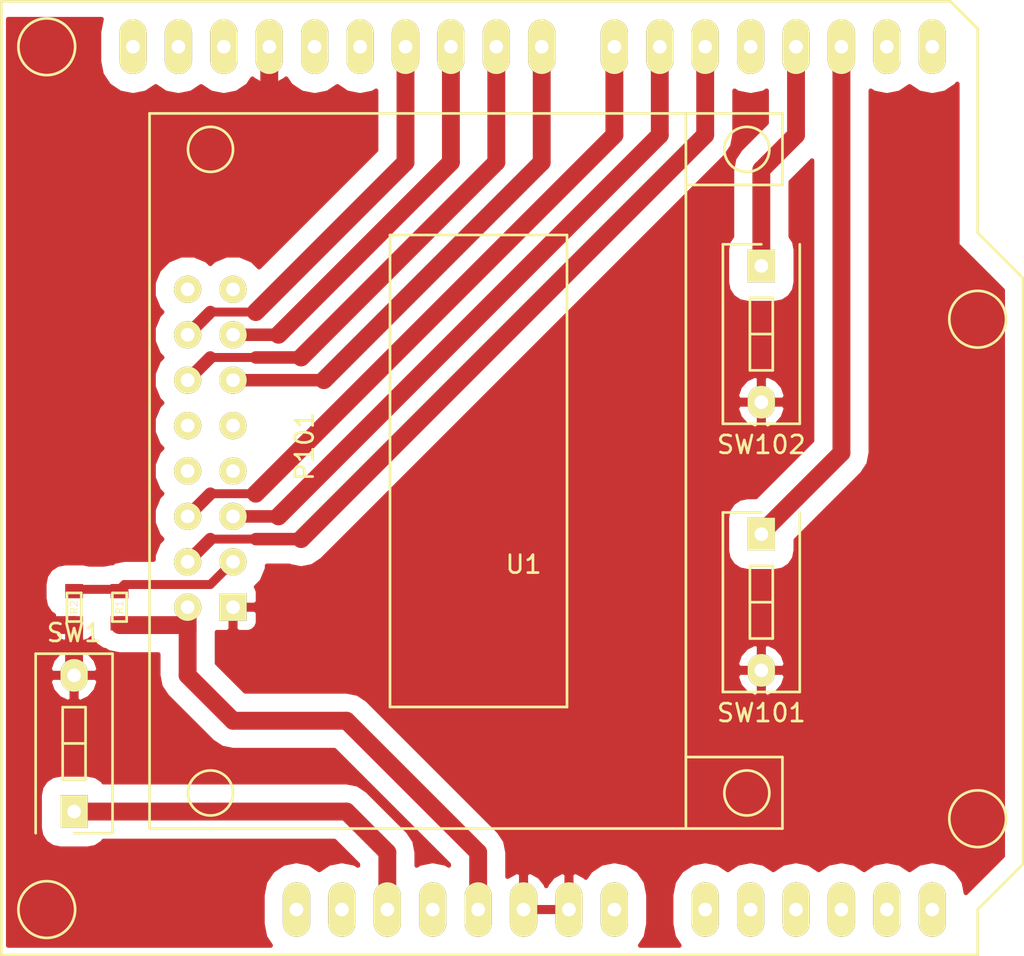
<source format=kicad_pcb>
(kicad_pcb (version 4) (host pcbnew 0.201506012317+5694~23~ubuntu14.04.1-product)

  (general
    (links 21)
    (no_connects 1)
    (area 158.214999 50.924999 215.915001 104.815001)
    (thickness 1.6)
    (drawings 0)
    (tracks 54)
    (zones 0)
    (modules 7)
    (nets 38)
  )

  (page A4)
  (layers
    (0 F.Cu signal)
    (31 B.Cu signal)
    (32 B.Adhes user)
    (33 F.Adhes user)
    (34 B.Paste user)
    (35 F.Paste user)
    (36 B.SilkS user)
    (37 F.SilkS user)
    (38 B.Mask user)
    (39 F.Mask user)
    (40 Dwgs.User user)
    (41 Cmts.User user)
    (42 Eco1.User user)
    (43 Eco2.User user)
    (44 Edge.Cuts user)
    (45 Margin user)
    (46 B.CrtYd user)
    (47 F.CrtYd user)
    (48 B.Fab user)
    (49 F.Fab user)
  )

  (setup
    (last_trace_width 0.7)
    (user_trace_width 0.5)
    (user_trace_width 0.7)
    (user_trace_width 1)
    (trace_clearance 0.2)
    (zone_clearance 1.016)
    (zone_45_only no)
    (trace_min 0.2)
    (segment_width 0.2)
    (edge_width 0.1)
    (via_size 0.6)
    (via_drill 0.4)
    (via_min_size 0.4)
    (via_min_drill 0.3)
    (uvia_size 0.3)
    (uvia_drill 0.1)
    (uvias_allowed no)
    (uvia_min_size 0.2)
    (uvia_min_drill 0.1)
    (pcb_text_width 0.3)
    (pcb_text_size 1.5 1.5)
    (mod_edge_width 0.15)
    (mod_text_size 1 1)
    (mod_text_width 0.15)
    (pad_size 1.5 1.5)
    (pad_drill 0.6)
    (pad_to_mask_clearance 0)
    (aux_axis_origin 0 0)
    (visible_elements FFFFFF7F)
    (pcbplotparams
      (layerselection 0x00000_00000001)
      (usegerberextensions false)
      (excludeedgelayer true)
      (linewidth 0.100000)
      (plotframeref false)
      (viasonmask false)
      (mode 1)
      (useauxorigin false)
      (hpglpennumber 1)
      (hpglpenspeed 20)
      (hpglpendiameter 15)
      (hpglpenoverlay 2)
      (psnegative false)
      (psa4output false)
      (plotreference true)
      (plotvalue true)
      (plotinvisibletext false)
      (padsonsilk false)
      (subtractmaskfromsilk false)
      (outputformat 1)
      (mirror false)
      (drillshape 0)
      (scaleselection 1)
      (outputdirectory ""))
  )

  (net 0 "")
  (net 1 GND)
  (net 2 RS)
  (net 3 R/W)
  (net 4 E)
  (net 5 "Net-(P101-Pad7)")
  (net 6 "Net-(P101-Pad8)")
  (net 7 "Net-(P101-Pad9)")
  (net 8 "Net-(P101-Pad10)")
  (net 9 DB4)
  (net 10 DB5)
  (net 11 DB6)
  (net 12 DB7)
  (net 13 "Net-(P101-Pad15)")
  (net 14 "Net-(P101-Pad16)")
  (net 15 VCC)
  (net 16 reset)
  (net 17 B1)
  (net 18 B2)
  (net 19 "Net-(U1-Pad1)")
  (net 20 "Net-(U1-Pad2)")
  (net 21 "Net-(U1-Pad4)")
  (net 22 "Net-(U1-Pad8)")
  (net 23 "Net-(U1-Pad9)")
  (net 24 "Net-(U1-Pad10)")
  (net 25 "Net-(U1-Pad11)")
  (net 26 "Net-(U1-Pad19)")
  (net 27 "Net-(U1-Pad27)")
  (net 28 "Net-(U1-Pad28)")
  (net 29 "Net-(U1-Pad30)")
  (net 30 "Net-(U1-Pad31)")
  (net 31 "Net-(U1-Pad32)")
  (net 32 "Net-(U1-Pad15)")
  (net 33 "Net-(U1-Pad16)")
  (net 34 V0)
  (net 35 "Net-(U1-Pad12)")
  (net 36 "Net-(U1-Pad13)")
  (net 37 "Net-(U1-Pad14)")

  (net_class Default "This is the default net class."
    (clearance 0.2)
    (trace_width 0.25)
    (via_dia 0.6)
    (via_drill 0.4)
    (uvia_dia 0.3)
    (uvia_drill 0.1)
    (add_net B1)
    (add_net B2)
    (add_net DB4)
    (add_net DB5)
    (add_net DB6)
    (add_net DB7)
    (add_net E)
    (add_net GND)
    (add_net "Net-(P101-Pad10)")
    (add_net "Net-(P101-Pad15)")
    (add_net "Net-(P101-Pad16)")
    (add_net "Net-(P101-Pad7)")
    (add_net "Net-(P101-Pad8)")
    (add_net "Net-(P101-Pad9)")
    (add_net "Net-(U1-Pad1)")
    (add_net "Net-(U1-Pad10)")
    (add_net "Net-(U1-Pad11)")
    (add_net "Net-(U1-Pad12)")
    (add_net "Net-(U1-Pad13)")
    (add_net "Net-(U1-Pad14)")
    (add_net "Net-(U1-Pad15)")
    (add_net "Net-(U1-Pad16)")
    (add_net "Net-(U1-Pad19)")
    (add_net "Net-(U1-Pad2)")
    (add_net "Net-(U1-Pad27)")
    (add_net "Net-(U1-Pad28)")
    (add_net "Net-(U1-Pad30)")
    (add_net "Net-(U1-Pad31)")
    (add_net "Net-(U1-Pad32)")
    (add_net "Net-(U1-Pad4)")
    (add_net "Net-(U1-Pad8)")
    (add_net "Net-(U1-Pad9)")
    (add_net R/W)
    (add_net RS)
    (add_net V0)
    (add_net VCC)
    (add_net reset)
  )

  (module netl:Arduino_uno (layer F.Cu) (tedit 556DFCA6) (tstamp 556DFAD8)
    (at 175 102)
    (path /556DE466)
    (fp_text reference U1 (at 12.7 -19.304) (layer F.SilkS)
      (effects (font (size 1 1) (thickness 0.15)))
    )
    (fp_text value Arduino_Uno (at 12.954 -32.512) (layer F.Fab)
      (effects (font (size 1 1) (thickness 0.15)))
    )
    (fp_circle (center 38.1 -5.08) (end 39.6875 -5.08) (layer F.SilkS) (width 0.15))
    (fp_circle (center 38.1 -33.02) (end 39.6875 -33.02) (layer F.SilkS) (width 0.15))
    (fp_circle (center -13.97 -48.26) (end -12.3825 -48.26) (layer F.SilkS) (width 0.15))
    (fp_circle (center -13.97 0) (end -12.3825 0) (layer F.SilkS) (width 0.15))
    (fp_line (start -16.51 -50.8) (end 36.576 -50.8) (layer F.SilkS) (width 0.15))
    (fp_line (start 36.576 -50.8) (end 38.1 -49.276) (layer F.SilkS) (width 0.15))
    (fp_line (start 38.1 -49.276) (end 38.1 -37.846) (layer F.SilkS) (width 0.15))
    (fp_line (start 38.1 -37.846) (end 40.64 -35.306) (layer F.SilkS) (width 0.15))
    (fp_line (start 40.64 -35.306) (end 40.64 -2.54) (layer F.SilkS) (width 0.15))
    (fp_line (start 40.64 -2.54) (end 38.1 0) (layer F.SilkS) (width 0.15))
    (fp_line (start 38.1 0) (end 38.1 2.54) (layer F.SilkS) (width 0.15))
    (fp_line (start 38.1 2.54) (end -16.51 2.54) (layer F.SilkS) (width 0.15))
    (fp_line (start -16.51 2.54) (end -16.51 -50.8) (layer F.SilkS) (width 0.15))
    (pad 1 thru_hole oval (at 0 0) (size 1.524 3.048) (drill 0.762) (layers *.Cu *.Mask F.SilkS)
      (net 19 "Net-(U1-Pad1)"))
    (pad 2 thru_hole oval (at 2.54 0) (size 1.524 3.048) (drill 0.762) (layers *.Cu *.Mask F.SilkS)
      (net 20 "Net-(U1-Pad2)"))
    (pad 3 thru_hole oval (at 5.08 0) (size 1.524 3.048) (drill 0.762) (layers *.Cu *.Mask F.SilkS)
      (net 16 reset))
    (pad 4 thru_hole oval (at 7.62 0) (size 1.524 3.048) (drill 0.762) (layers *.Cu *.Mask F.SilkS)
      (net 21 "Net-(U1-Pad4)"))
    (pad 5 thru_hole oval (at 10.16 0) (size 1.524 3.048) (drill 0.762) (layers *.Cu *.Mask F.SilkS)
      (net 15 VCC))
    (pad 6 thru_hole oval (at 12.7 0) (size 1.524 3.048) (drill 0.762) (layers *.Cu *.Mask F.SilkS)
      (net 1 GND))
    (pad 7 thru_hole oval (at 15.24 0) (size 1.524 3.048) (drill 0.762) (layers *.Cu *.Mask F.SilkS)
      (net 1 GND))
    (pad 8 thru_hole oval (at 17.78 0) (size 1.524 3.048) (drill 0.762) (layers *.Cu *.Mask F.SilkS)
      (net 22 "Net-(U1-Pad8)"))
    (pad 9 thru_hole oval (at 22.86 0) (size 1.524 3.048) (drill 0.762) (layers *.Cu *.Mask F.SilkS)
      (net 23 "Net-(U1-Pad9)"))
    (pad 10 thru_hole oval (at 25.4 0) (size 1.524 3.048) (drill 0.762) (layers *.Cu *.Mask F.SilkS)
      (net 24 "Net-(U1-Pad10)"))
    (pad 11 thru_hole oval (at 27.94 0) (size 1.524 3.048) (drill 0.762) (layers *.Cu *.Mask F.SilkS)
      (net 25 "Net-(U1-Pad11)"))
    (pad 12 thru_hole oval (at 30.48 0) (size 1.524 3.048) (drill 0.762) (layers *.Cu *.Mask F.SilkS)
      (net 35 "Net-(U1-Pad12)"))
    (pad 13 thru_hole oval (at 33.02 0) (size 1.524 3.048) (drill 0.762) (layers *.Cu *.Mask F.SilkS)
      (net 36 "Net-(U1-Pad13)"))
    (pad 14 thru_hole oval (at 35.56 0) (size 1.524 3.048) (drill 0.762) (layers *.Cu *.Mask F.SilkS)
      (net 37 "Net-(U1-Pad14)"))
    (pad 15 thru_hole oval (at 35.56 -48.26 180) (size 1.524 3.048) (drill 0.762) (layers *.Cu *.Mask F.SilkS)
      (net 32 "Net-(U1-Pad15)"))
    (pad 16 thru_hole oval (at 33.02 -48.26 180) (size 1.524 3.048) (drill 0.762) (layers *.Cu *.Mask F.SilkS)
      (net 33 "Net-(U1-Pad16)"))
    (pad 17 thru_hole oval (at 30.48 -48.26 180) (size 1.524 3.048) (drill 0.762) (layers *.Cu *.Mask F.SilkS)
      (net 17 B1))
    (pad 18 thru_hole oval (at 27.94 -48.26 180) (size 1.524 3.048) (drill 0.762) (layers *.Cu *.Mask F.SilkS)
      (net 18 B2))
    (pad 19 thru_hole oval (at 25.4 -48.26 180) (size 1.524 3.048) (drill 0.762) (layers *.Cu *.Mask F.SilkS)
      (net 26 "Net-(U1-Pad19)"))
    (pad 20 thru_hole oval (at 22.86 -48.26 180) (size 1.524 3.048) (drill 0.762) (layers *.Cu *.Mask F.SilkS)
      (net 2 RS))
    (pad 21 thru_hole oval (at 20.32 -48.26 180) (size 1.524 3.048) (drill 0.762) (layers *.Cu *.Mask F.SilkS)
      (net 3 R/W))
    (pad 22 thru_hole oval (at 17.78 -48.26 180) (size 1.524 3.048) (drill 0.762) (layers *.Cu *.Mask F.SilkS)
      (net 4 E))
    (pad 23 thru_hole oval (at 13.716 -48.26) (size 1.524 3.048) (drill 0.762) (layers *.Cu *.Mask F.SilkS)
      (net 9 DB4))
    (pad 24 thru_hole oval (at 11.176 -48.26) (size 1.524 3.048) (drill 0.762) (layers *.Cu *.Mask F.SilkS)
      (net 10 DB5))
    (pad 25 thru_hole oval (at 8.636 -48.26) (size 1.524 3.048) (drill 0.762) (layers *.Cu *.Mask F.SilkS)
      (net 11 DB6))
    (pad 26 thru_hole oval (at 6.096 -48.26) (size 1.524 3.048) (drill 0.762) (layers *.Cu *.Mask F.SilkS)
      (net 12 DB7))
    (pad 27 thru_hole oval (at 3.556 -48.26) (size 1.524 3.048) (drill 0.762) (layers *.Cu *.Mask F.SilkS)
      (net 27 "Net-(U1-Pad27)"))
    (pad 28 thru_hole oval (at 1.016 -48.26) (size 1.524 3.048) (drill 0.762) (layers *.Cu *.Mask F.SilkS)
      (net 28 "Net-(U1-Pad28)"))
    (pad 29 thru_hole oval (at -1.524 -48.26) (size 1.524 3.048) (drill 0.762) (layers *.Cu *.Mask F.SilkS)
      (net 1 GND))
    (pad 30 thru_hole oval (at -4.064 -48.26) (size 1.524 3.048) (drill 0.762) (layers *.Cu *.Mask F.SilkS)
      (net 29 "Net-(U1-Pad30)"))
    (pad 31 thru_hole oval (at -6.604 -48.26) (size 1.524 3.048) (drill 0.762) (layers *.Cu *.Mask F.SilkS)
      (net 30 "Net-(U1-Pad31)"))
    (pad 32 thru_hole oval (at -9.144 -48.26) (size 1.524 3.048) (drill 0.762) (layers *.Cu *.Mask F.SilkS)
      (net 31 "Net-(U1-Pad32)"))
  )

  (module netl:8x2_LCD (layer F.Cu) (tedit 5551097A) (tstamp 556DFA81)
    (at 171.45 85.09 90)
    (path /555109DE)
    (fp_text reference P101 (at 9 4 90) (layer F.SilkS)
      (effects (font (size 1 1) (thickness 0.15)))
    )
    (fp_text value 8x2_LCD (at 9 2 90) (layer F.Fab)
      (effects (font (size 1 1) (thickness 0.15)))
    )
    (fp_line (start -5.58 18.68) (end -5.58 8.78) (layer F.SilkS) (width 0.15))
    (fp_line (start 20.82 18.68) (end 20.82 8.78) (layer F.SilkS) (width 0.15))
    (fp_line (start -5.58 18.68) (end 20.82 18.68) (layer F.SilkS) (width 0.15))
    (fp_line (start -5.58 8.78) (end 20.82 8.78) (layer F.SilkS) (width 0.15))
    (fp_line (start 27.62 30.73) (end 23.62 30.73) (layer F.SilkS) (width 0.15))
    (fp_line (start 27.62 25.33) (end 27.62 30.73) (layer F.SilkS) (width 0.15))
    (fp_line (start 23.62 30.73) (end 23.62 25.33) (layer F.SilkS) (width 0.15))
    (fp_line (start -8.38 25.33) (end -8.38 30.73) (layer F.SilkS) (width 0.15))
    (fp_line (start -8.38 30.73) (end -12.38 30.73) (layer F.SilkS) (width 0.15))
    (fp_line (start -12.38 30.73) (end -12.38 25.33) (layer F.SilkS) (width 0.15))
    (fp_circle (center 25.61 -1.26) (end 25.61 0) (layer F.SilkS) (width 0.15))
    (fp_line (start -12.38 25.33) (end 27.62 25.33) (layer F.SilkS) (width 0.15))
    (fp_circle (center 25.61 28.74) (end 25.61 30) (layer F.SilkS) (width 0.15))
    (fp_circle (center -10.39 28.74) (end -10.39 30) (layer F.SilkS) (width 0.15))
    (fp_line (start -12.38 -4.67) (end -12.38 25.33) (layer F.SilkS) (width 0.15))
    (fp_line (start 27.62 -4.67) (end 27.62 25.33) (layer F.SilkS) (width 0.15))
    (fp_circle (center -10.39 -1.26) (end -10.39 0) (layer F.SilkS) (width 0.15))
    (fp_line (start -12.38 -4.67) (end 27.62 -4.67) (layer F.SilkS) (width 0.15))
    (pad 1 thru_hole rect (at 0 0 90) (size 1.524 1.524) (drill 0.762) (layers *.Cu *.Mask F.SilkS)
      (net 1 GND))
    (pad 2 thru_hole circle (at 0 -2.54 90) (size 1.524 1.524) (drill 0.762) (layers *.Cu *.Mask F.SilkS)
      (net 15 VCC))
    (pad 3 thru_hole circle (at 2.54 0 90) (size 1.524 1.524) (drill 0.762) (layers *.Cu *.Mask F.SilkS)
      (net 34 V0))
    (pad 4 thru_hole circle (at 2.54 -2.54 90) (size 1.524 1.524) (drill 0.762) (layers *.Cu *.Mask F.SilkS)
      (net 2 RS))
    (pad 5 thru_hole circle (at 5.08 0 90) (size 1.524 1.524) (drill 0.762) (layers *.Cu *.Mask F.SilkS)
      (net 3 R/W))
    (pad 6 thru_hole circle (at 5.08 -2.54 90) (size 1.524 1.524) (drill 0.762) (layers *.Cu *.Mask F.SilkS)
      (net 4 E))
    (pad 7 thru_hole circle (at 7.62 0 90) (size 1.524 1.524) (drill 0.762) (layers *.Cu *.Mask F.SilkS)
      (net 5 "Net-(P101-Pad7)"))
    (pad 8 thru_hole circle (at 7.62 -2.54 90) (size 1.524 1.524) (drill 0.762) (layers *.Cu *.Mask F.SilkS)
      (net 6 "Net-(P101-Pad8)"))
    (pad 9 thru_hole circle (at 10.16 0 90) (size 1.524 1.524) (drill 0.762) (layers *.Cu *.Mask F.SilkS)
      (net 7 "Net-(P101-Pad9)"))
    (pad 10 thru_hole circle (at 10.16 -2.54 90) (size 1.524 1.524) (drill 0.762) (layers *.Cu *.Mask F.SilkS)
      (net 8 "Net-(P101-Pad10)"))
    (pad 11 thru_hole circle (at 12.7 0 90) (size 1.524 1.524) (drill 0.762) (layers *.Cu *.Mask F.SilkS)
      (net 9 DB4))
    (pad 12 thru_hole circle (at 12.7 -2.54 90) (size 1.524 1.524) (drill 0.762) (layers *.Cu *.Mask F.SilkS)
      (net 10 DB5))
    (pad 13 thru_hole circle (at 15.24 0 90) (size 1.524 1.524) (drill 0.762) (layers *.Cu *.Mask F.SilkS)
      (net 11 DB6))
    (pad 14 thru_hole circle (at 15.24 -2.54 90) (size 1.524 1.524) (drill 0.762) (layers *.Cu *.Mask F.SilkS)
      (net 12 DB7))
    (pad 15 thru_hole circle (at 17.78 0 90) (size 1.524 1.524) (drill 0.762) (layers *.Cu *.Mask F.SilkS)
      (net 13 "Net-(P101-Pad15)"))
    (pad 16 thru_hole circle (at 17.78 -2.54 90) (size 1.524 1.524) (drill 0.762) (layers *.Cu *.Mask F.SilkS)
      (net 14 "Net-(P101-Pad16)"))
  )

  (module netl:SMD_0603 (layer F.Cu) (tedit 5537B97F) (tstamp 556DFA8B)
    (at 165.1 85.09 90)
    (path /556E03CF)
    (fp_text reference R1 (at 0 0 90) (layer F.SilkS)
      (effects (font (size 0.4 0.4) (thickness 0.05)))
    )
    (fp_text value R (at 0 -0.8 90) (layer F.Fab)
      (effects (font (size 0.4 0.4) (thickness 0.1)))
    )
    (fp_line (start -0.8 0.4) (end 0.8 0.4) (layer F.SilkS) (width 0.15))
    (fp_line (start 0.8 0.4) (end 0.8 -0.4) (layer F.SilkS) (width 0.15))
    (fp_line (start 0.8 -0.4) (end -0.8 -0.4) (layer F.SilkS) (width 0.15))
    (fp_line (start -0.8 -0.4) (end -0.8 0.4) (layer F.SilkS) (width 0.15))
    (pad 1 smd rect (at -1 0 90) (size 0.8 1) (drill (offset 0.1 0)) (layers F.Cu F.Paste F.Mask)
      (net 15 VCC))
    (pad 2 smd rect (at 1 0 90) (size 0.8 1) (drill (offset -0.1 0)) (layers F.Cu F.Paste F.Mask)
      (net 34 V0))
  )

  (module netl:SMD_0603 (layer F.Cu) (tedit 5537B97F) (tstamp 556DFA95)
    (at 162.56 85.09 270)
    (path /556E0482)
    (fp_text reference R2 (at 0 0 270) (layer F.SilkS)
      (effects (font (size 0.4 0.4) (thickness 0.05)))
    )
    (fp_text value R (at 0 -0.8 270) (layer F.Fab)
      (effects (font (size 0.4 0.4) (thickness 0.1)))
    )
    (fp_line (start -0.8 0.4) (end 0.8 0.4) (layer F.SilkS) (width 0.15))
    (fp_line (start 0.8 0.4) (end 0.8 -0.4) (layer F.SilkS) (width 0.15))
    (fp_line (start 0.8 -0.4) (end -0.8 -0.4) (layer F.SilkS) (width 0.15))
    (fp_line (start -0.8 -0.4) (end -0.8 0.4) (layer F.SilkS) (width 0.15))
    (pad 1 smd rect (at -1 0 270) (size 0.8 1) (drill (offset 0.1 0)) (layers F.Cu F.Paste F.Mask)
      (net 34 V0))
    (pad 2 smd rect (at 1 0 270) (size 0.8 1) (drill (offset -0.1 0)) (layers F.Cu F.Paste F.Mask)
      (net 1 GND))
  )

  (module Buttons_Switches_ThroughHole:SW_DIP_x1_Slide (layer F.Cu) (tedit 54C4BC96) (tstamp 556DFA9B)
    (at 162.56 96.52)
    (descr "CTS Electrocomponents, Series 206/208")
    (path /556E1282)
    (fp_text reference SW1 (at 0 -10) (layer F.SilkS)
      (effects (font (size 1 1) (thickness 0.15)))
    )
    (fp_text value SW_PUSH (at 0.5 2.4) (layer F.Fab)
      (effects (font (size 1 1) (thickness 0.15)))
    )
    (fp_line (start 2.5 1.55) (end -2.5 1.55) (layer F.CrtYd) (width 0.05))
    (fp_line (start -2.5 1.55) (end -2.5 -9.15) (layer F.CrtYd) (width 0.05))
    (fp_line (start -2.5 -9.15) (end 2.5 -9.15) (layer F.CrtYd) (width 0.05))
    (fp_line (start 2.5 -9.15) (end 2.5 1.55) (layer F.CrtYd) (width 0.05))
    (fp_line (start -2.15 -8.83) (end 2.15 -8.83) (layer F.SilkS) (width 0.15))
    (fp_line (start 0 1.21) (end 2.15 1.21) (layer F.SilkS) (width 0.15))
    (fp_line (start -2.15 -8.83) (end -2.15 1.21) (layer F.SilkS) (width 0.15))
    (fp_line (start 2.15 -8.83) (end 2.15 1.21) (layer F.SilkS) (width 0.15))
    (fp_line (start -0.64 -3.81) (end 0.64 -3.81) (layer F.SilkS) (width 0.15))
    (fp_line (start -0.64 -5.84) (end -0.64 -1.78) (layer F.SilkS) (width 0.15))
    (fp_line (start -0.64 -1.78) (end 0.64 -1.78) (layer F.SilkS) (width 0.15))
    (fp_line (start 0.64 -1.78) (end 0.64 -5.84) (layer F.SilkS) (width 0.15))
    (fp_line (start 0.64 -5.84) (end -0.64 -5.84) (layer F.SilkS) (width 0.15))
    (pad 1 thru_hole rect (at 0 0) (size 1.524 1.824) (drill 0.762) (layers *.Cu *.Mask F.SilkS)
      (net 16 reset))
    (pad 2 thru_hole oval (at 0 -7.62) (size 1.524 1.824) (drill 0.762) (layers *.Cu *.Mask F.SilkS)
      (net 1 GND))
    (model Buttons_Switches_ThroughHole.3dshapes/SW_DIP_x1_Slide.wrl
      (at (xyz 0 0 0))
      (scale (xyz 1 1 1))
      (rotate (xyz 0 0 0))
    )
  )

  (module Buttons_Switches_ThroughHole:SW_DIP_x1_Slide (layer F.Cu) (tedit 54C4BC96) (tstamp 556DFAA1)
    (at 201 81 180)
    (descr "CTS Electrocomponents, Series 206/208")
    (path /55510C89)
    (fp_text reference SW101 (at 0 -10 180) (layer F.SilkS)
      (effects (font (size 1 1) (thickness 0.15)))
    )
    (fp_text value SW_PUSH (at 0.5 2.4 180) (layer F.Fab)
      (effects (font (size 1 1) (thickness 0.15)))
    )
    (fp_line (start 2.5 1.55) (end -2.5 1.55) (layer F.CrtYd) (width 0.05))
    (fp_line (start -2.5 1.55) (end -2.5 -9.15) (layer F.CrtYd) (width 0.05))
    (fp_line (start -2.5 -9.15) (end 2.5 -9.15) (layer F.CrtYd) (width 0.05))
    (fp_line (start 2.5 -9.15) (end 2.5 1.55) (layer F.CrtYd) (width 0.05))
    (fp_line (start -2.15 -8.83) (end 2.15 -8.83) (layer F.SilkS) (width 0.15))
    (fp_line (start 0 1.21) (end 2.15 1.21) (layer F.SilkS) (width 0.15))
    (fp_line (start -2.15 -8.83) (end -2.15 1.21) (layer F.SilkS) (width 0.15))
    (fp_line (start 2.15 -8.83) (end 2.15 1.21) (layer F.SilkS) (width 0.15))
    (fp_line (start -0.64 -3.81) (end 0.64 -3.81) (layer F.SilkS) (width 0.15))
    (fp_line (start -0.64 -5.84) (end -0.64 -1.78) (layer F.SilkS) (width 0.15))
    (fp_line (start -0.64 -1.78) (end 0.64 -1.78) (layer F.SilkS) (width 0.15))
    (fp_line (start 0.64 -1.78) (end 0.64 -5.84) (layer F.SilkS) (width 0.15))
    (fp_line (start 0.64 -5.84) (end -0.64 -5.84) (layer F.SilkS) (width 0.15))
    (pad 1 thru_hole rect (at 0 0 180) (size 1.524 1.824) (drill 0.762) (layers *.Cu *.Mask F.SilkS)
      (net 17 B1))
    (pad 2 thru_hole oval (at 0 -7.62 180) (size 1.524 1.824) (drill 0.762) (layers *.Cu *.Mask F.SilkS)
      (net 1 GND))
    (model Buttons_Switches_ThroughHole.3dshapes/SW_DIP_x1_Slide.wrl
      (at (xyz 0 0 0))
      (scale (xyz 1 1 1))
      (rotate (xyz 0 0 0))
    )
  )

  (module Buttons_Switches_ThroughHole:SW_DIP_x1_Slide (layer F.Cu) (tedit 54C4BC96) (tstamp 556DFAA7)
    (at 201 66 180)
    (descr "CTS Electrocomponents, Series 206/208")
    (path /55510D26)
    (fp_text reference SW102 (at 0 -10 180) (layer F.SilkS)
      (effects (font (size 1 1) (thickness 0.15)))
    )
    (fp_text value SW_PUSH (at 0.5 2.4 180) (layer F.Fab)
      (effects (font (size 1 1) (thickness 0.15)))
    )
    (fp_line (start 2.5 1.55) (end -2.5 1.55) (layer F.CrtYd) (width 0.05))
    (fp_line (start -2.5 1.55) (end -2.5 -9.15) (layer F.CrtYd) (width 0.05))
    (fp_line (start -2.5 -9.15) (end 2.5 -9.15) (layer F.CrtYd) (width 0.05))
    (fp_line (start 2.5 -9.15) (end 2.5 1.55) (layer F.CrtYd) (width 0.05))
    (fp_line (start -2.15 -8.83) (end 2.15 -8.83) (layer F.SilkS) (width 0.15))
    (fp_line (start 0 1.21) (end 2.15 1.21) (layer F.SilkS) (width 0.15))
    (fp_line (start -2.15 -8.83) (end -2.15 1.21) (layer F.SilkS) (width 0.15))
    (fp_line (start 2.15 -8.83) (end 2.15 1.21) (layer F.SilkS) (width 0.15))
    (fp_line (start -0.64 -3.81) (end 0.64 -3.81) (layer F.SilkS) (width 0.15))
    (fp_line (start -0.64 -5.84) (end -0.64 -1.78) (layer F.SilkS) (width 0.15))
    (fp_line (start -0.64 -1.78) (end 0.64 -1.78) (layer F.SilkS) (width 0.15))
    (fp_line (start 0.64 -1.78) (end 0.64 -5.84) (layer F.SilkS) (width 0.15))
    (fp_line (start 0.64 -5.84) (end -0.64 -5.84) (layer F.SilkS) (width 0.15))
    (pad 1 thru_hole rect (at 0 0 180) (size 1.524 1.824) (drill 0.762) (layers *.Cu *.Mask F.SilkS)
      (net 18 B2))
    (pad 2 thru_hole oval (at 0 -7.62 180) (size 1.524 1.824) (drill 0.762) (layers *.Cu *.Mask F.SilkS)
      (net 1 GND))
    (model Buttons_Switches_ThroughHole.3dshapes/SW_DIP_x1_Slide.wrl
      (at (xyz 0 0 0))
      (scale (xyz 1 1 1))
      (rotate (xyz 0 0 0))
    )
  )

  (segment (start 173.476 53.74) (end 173.476 57.664) (width 1) (layer F.Cu) (net 1))
  (segment (start 161.02 86.09) (end 162.56 86.09) (width 1) (layer F.Cu) (net 1) (tstamp 556E0C77))
  (segment (start 160.02 85.09) (end 161.02 86.09) (width 1) (layer F.Cu) (net 1) (tstamp 556E0C74))
  (segment (start 160.02 71.12) (end 160.02 85.09) (width 1) (layer F.Cu) (net 1) (tstamp 556E0C73))
  (segment (start 173.476 57.664) (end 160.02 71.12) (width 1) (layer F.Cu) (net 1) (tstamp 556E0C70))
  (segment (start 162.56 88.9) (end 162.56 86.09) (width 1) (layer F.Cu) (net 1))
  (segment (start 175.26 81.28) (end 172.72 81.28) (width 0.7) (layer F.Cu) (net 2))
  (segment (start 170.18 81.28) (end 172.72 81.28) (width 0.5) (layer F.Cu) (net 2) (tstamp 556E0A60))
  (segment (start 175.26 81.28) (end 197.86 58.68) (width 1) (layer F.Cu) (net 2) (tstamp 556E0A66))
  (segment (start 197.86 53.74) (end 197.86 58.68) (width 1) (layer F.Cu) (net 2) (tstamp 556E0A6B))
  (segment (start 170.18 81.28) (end 168.91 82.55) (width 0.7) (layer F.Cu) (net 2))
  (segment (start 171.45 80.01) (end 173.99 80.01) (width 0.7) (layer F.Cu) (net 3))
  (segment (start 173.99 80.01) (end 195.32 58.68) (width 1) (layer F.Cu) (net 3) (tstamp 556E0A56))
  (segment (start 195.32 58.68) (end 195.32 53.74) (width 1) (layer F.Cu) (net 3) (tstamp 556E0A5B))
  (segment (start 168.91 80.01) (end 170.18 78.74) (width 0.7) (layer F.Cu) (net 4))
  (segment (start 192.78 58.68) (end 192.78 53.74) (width 1) (layer F.Cu) (net 4) (tstamp 556E0A0E))
  (segment (start 172.72 78.74) (end 192.78 58.68) (width 1) (layer F.Cu) (net 4) (tstamp 556E0A06))
  (segment (start 170.18 78.74) (end 172.72 78.74) (width 0.5) (layer F.Cu) (net 4) (tstamp 556E0A03))
  (segment (start 171.45 72.39) (end 176.53 72.39) (width 0.7) (layer F.Cu) (net 9))
  (segment (start 188.716 60.204) (end 188.716 53.74) (width 1) (layer F.Cu) (net 9) (tstamp 556E09FA))
  (segment (start 176.53 72.39) (end 188.716 60.204) (width 1) (layer F.Cu) (net 9) (tstamp 556E09F8))
  (segment (start 175.26 71.12) (end 172.72 71.12) (width 0.7) (layer F.Cu) (net 10))
  (segment (start 170.18 71.12) (end 172.72 71.12) (width 0.5) (layer F.Cu) (net 10) (tstamp 556E09E6))
  (segment (start 175.26 71.12) (end 186.176 60.204) (width 1) (layer F.Cu) (net 10) (tstamp 556E09EB))
  (segment (start 186.176 53.74) (end 186.176 60.204) (width 1) (layer F.Cu) (net 10) (tstamp 556E09F2))
  (segment (start 170.18 71.12) (end 168.91 72.39) (width 0.7) (layer F.Cu) (net 10))
  (segment (start 171.45 69.85) (end 173.99 69.85) (width 0.7) (layer F.Cu) (net 11))
  (segment (start 173.99 69.85) (end 183.636 60.204) (width 1) (layer F.Cu) (net 11) (tstamp 556E09DF))
  (segment (start 183.636 60.204) (end 183.636 53.74) (width 1) (layer F.Cu) (net 11) (tstamp 556E09E2))
  (segment (start 168.91 69.85) (end 170.18 68.58) (width 0.7) (layer F.Cu) (net 12))
  (segment (start 181.096 60.204) (end 181.096 53.74) (width 1) (layer F.Cu) (net 12) (tstamp 556E09D5))
  (segment (start 172.72 68.58) (end 181.096 60.204) (width 1) (layer F.Cu) (net 12) (tstamp 556E09CF))
  (segment (start 170.18 68.58) (end 172.72 68.58) (width 0.5) (layer F.Cu) (net 12) (tstamp 556E09CC))
  (segment (start 165.1 86.09) (end 168.91 86.09) (width 1) (layer F.Cu) (net 15))
  (segment (start 168.91 86.09) (end 168.91 86.36) (width 1) (layer F.Cu) (net 15) (tstamp 556E0B09))
  (segment (start 185.16 102) (end 185.16 98.8) (width 1) (layer F.Cu) (net 15))
  (segment (start 168.91 88.9) (end 168.91 86.36) (width 1) (layer F.Cu) (net 15) (tstamp 556E0B05))
  (segment (start 168.91 86.36) (end 168.91 85.09) (width 1) (layer F.Cu) (net 15) (tstamp 556E0B0C))
  (segment (start 171.45 91.44) (end 168.91 88.9) (width 1) (layer F.Cu) (net 15) (tstamp 556E0B04))
  (segment (start 177.8 91.44) (end 171.45 91.44) (width 1) (layer F.Cu) (net 15) (tstamp 556E0B02))
  (segment (start 185.16 98.8) (end 177.8 91.44) (width 1) (layer F.Cu) (net 15) (tstamp 556E0B01))
  (segment (start 162.56 96.52) (end 177.8 96.52) (width 1) (layer F.Cu) (net 16))
  (segment (start 180.08 98.8) (end 180.08 102) (width 1) (layer F.Cu) (net 16) (tstamp 556E0B1C))
  (segment (start 177.8 96.52) (end 180.08 98.8) (width 1) (layer F.Cu) (net 16) (tstamp 556E0B1B))
  (segment (start 201 81) (end 201 80.94) (width 1) (layer F.Cu) (net 17))
  (segment (start 201 80.94) (end 205.48 76.46) (width 1) (layer F.Cu) (net 17) (tstamp 556E0AFB))
  (segment (start 205.48 76.46) (end 205.48 53.74) (width 1) (layer F.Cu) (net 17) (tstamp 556E0AFC))
  (segment (start 201 66) (end 201 60.62) (width 1) (layer F.Cu) (net 18))
  (segment (start 202.94 58.68) (end 202.94 53.74) (width 1) (layer F.Cu) (net 18) (tstamp 556E0AF8))
  (segment (start 201 60.62) (end 202.94 58.68) (width 1) (layer F.Cu) (net 18) (tstamp 556E0AF7))
  (segment (start 171.45 82.55) (end 170.18 83.82) (width 0.5) (layer F.Cu) (net 34))
  (segment (start 170.18 83.82) (end 165.37 83.82) (width 0.5) (layer F.Cu) (net 34) (tstamp 556E0AF3))
  (segment (start 165.37 83.82) (end 165.1 84.09) (width 0.5) (layer F.Cu) (net 34) (tstamp 556E0AF4))
  (segment (start 162.56 84.09) (end 165.1 84.09) (width 0.5) (layer F.Cu) (net 34))

  (zone (net 1) (net_name GND) (layer F.Cu) (tstamp 556E0ED7) (hatch edge 0.508)
    (connect_pads (clearance 1.016))
    (min_thickness 0.254)
    (fill yes (arc_segments 16) (thermal_gap 0.508) (thermal_bridge_width 0.508))
    (polygon
      (pts
        (xy 158.75 104.14) (xy 212.09 104.14) (xy 212.09 101.6) (xy 214.63 99.06) (xy 214.63 67.31)
        (xy 212.09 64.77) (xy 212.09 53.34) (xy 210.82 52.07) (xy 158.75 52.07)
      )
    )
    (filled_polygon
      (pts
        (xy 183.517 99.538005) (xy 183.349012 99.425759) (xy 182.62 99.28075) (xy 181.890988 99.425759) (xy 181.723 99.538005)
        (xy 181.723 98.8) (xy 181.597934 98.171251) (xy 181.241776 97.638224) (xy 178.961776 95.358224) (xy 178.428749 95.002066)
        (xy 177.8 94.877) (xy 164.208932 94.877) (xy 164.151212 94.789131) (xy 163.944429 94.64955) (xy 163.944429 89.245985)
        (xy 163.944429 88.554015) (xy 163.764045 88.039135) (xy 163.400356 87.632478) (xy 162.908731 87.395954) (xy 162.90307 87.39578)
        (xy 162.687 87.51828) (xy 162.687 88.773) (xy 163.799293 88.773) (xy 163.944429 88.554015) (xy 163.944429 89.245985)
        (xy 163.799293 89.027) (xy 162.687 89.027) (xy 162.687 90.28172) (xy 162.90307 90.40422) (xy 162.908731 90.404046)
        (xy 163.400356 90.167522) (xy 163.764045 89.760865) (xy 163.944429 89.245985) (xy 163.944429 94.64955) (xy 163.771353 94.532722)
        (xy 163.322 94.442607) (xy 162.433 94.442607) (xy 162.433 90.28172) (xy 162.433 89.027) (xy 162.433 88.773)
        (xy 162.433 87.51828) (xy 162.433 86.86625) (xy 162.433 86.117) (xy 161.58375 86.117) (xy 161.425 86.27575)
        (xy 161.425 86.516309) (xy 161.521673 86.749698) (xy 161.700301 86.928327) (xy 161.93369 87.025) (xy 162.186309 87.025)
        (xy 162.27425 87.025) (xy 162.433 86.86625) (xy 162.433 87.51828) (xy 162.21693 87.39578) (xy 162.211269 87.395954)
        (xy 161.719644 87.632478) (xy 161.355955 88.039135) (xy 161.175571 88.554015) (xy 161.320707 88.773) (xy 162.433 88.773)
        (xy 162.433 89.027) (xy 161.320707 89.027) (xy 161.175571 89.245985) (xy 161.355955 89.760865) (xy 161.719644 90.167522)
        (xy 162.211269 90.404046) (xy 162.21693 90.40422) (xy 162.433 90.28172) (xy 162.433 94.442607) (xy 161.798 94.442607)
        (xy 161.362178 94.527167) (xy 160.979131 94.778788) (xy 160.722722 95.158647) (xy 160.632607 95.608) (xy 160.632607 97.432)
        (xy 160.717167 97.867822) (xy 160.968788 98.250869) (xy 161.348647 98.507278) (xy 161.798 98.597393) (xy 163.322 98.597393)
        (xy 163.757822 98.512833) (xy 164.140869 98.261212) (xy 164.207163 98.163) (xy 177.119448 98.163) (xy 178.437 99.480552)
        (xy 178.437 99.538005) (xy 178.269012 99.425759) (xy 177.54 99.28075) (xy 176.810988 99.425759) (xy 176.27 99.787236)
        (xy 175.729012 99.425759) (xy 175 99.28075) (xy 174.270988 99.425759) (xy 173.652962 99.838712) (xy 173.240009 100.456738)
        (xy 173.095 101.18575) (xy 173.095 102.81425) (xy 173.240009 103.543262) (xy 173.553878 104.013) (xy 158.877 104.013)
        (xy 158.877 52.197) (xy 164.095956 52.197) (xy 163.951 52.92575) (xy 163.951 54.55425) (xy 164.096009 55.283262)
        (xy 164.508962 55.901288) (xy 165.126988 56.314241) (xy 165.856 56.45925) (xy 166.585012 56.314241) (xy 167.126 55.952763)
        (xy 167.666988 56.314241) (xy 168.396 56.45925) (xy 169.125012 56.314241) (xy 169.666 55.952763) (xy 170.206988 56.314241)
        (xy 170.936 56.45925) (xy 171.665012 56.314241) (xy 172.283038 55.901288) (xy 172.534175 55.525435) (xy 172.577974 55.57963)
        (xy 173.058723 55.84126) (xy 173.13293 55.85622) (xy 173.349 55.73372) (xy 173.349 53.867) (xy 173.329 53.867)
        (xy 173.329 53.613) (xy 173.349 53.613) (xy 173.349 53.593) (xy 173.603 53.593) (xy 173.603 53.613)
        (xy 173.623 53.613) (xy 173.623 53.867) (xy 173.603 53.867) (xy 173.603 55.73372) (xy 173.81907 55.85622)
        (xy 173.893277 55.84126) (xy 174.374026 55.57963) (xy 174.417824 55.525435) (xy 174.668962 55.901288) (xy 175.286988 56.314241)
        (xy 176.016 56.45925) (xy 176.745012 56.314241) (xy 177.286 55.952763) (xy 177.826988 56.314241) (xy 178.556 56.45925)
        (xy 179.285012 56.314241) (xy 179.453 56.201994) (xy 179.453 59.523447) (xy 172.905168 66.071279) (xy 172.530505 65.695961)
        (xy 171.83059 65.405332) (xy 171.072735 65.40467) (xy 170.372314 65.694078) (xy 170.180134 65.885922) (xy 169.990505 65.695961)
        (xy 169.29059 65.405332) (xy 168.532735 65.40467) (xy 167.832314 65.694078) (xy 167.295961 66.229495) (xy 167.005332 66.92941)
        (xy 167.00467 67.687265) (xy 167.294078 68.387686) (xy 167.485922 68.579865) (xy 167.295961 68.769495) (xy 167.005332 69.46941)
        (xy 167.00467 70.227265) (xy 167.294078 70.927686) (xy 167.485922 71.119865) (xy 167.295961 71.309495) (xy 167.005332 72.00941)
        (xy 167.00467 72.767265) (xy 167.294078 73.467686) (xy 167.485922 73.659865) (xy 167.295961 73.849495) (xy 167.005332 74.54941)
        (xy 167.00467 75.307265) (xy 167.294078 76.007686) (xy 167.485922 76.199865) (xy 167.295961 76.389495) (xy 167.005332 77.08941)
        (xy 167.00467 77.847265) (xy 167.294078 78.547686) (xy 167.485922 78.739865) (xy 167.295961 78.929495) (xy 167.005332 79.62941)
        (xy 167.00467 80.387265) (xy 167.294078 81.087686) (xy 167.485922 81.279865) (xy 167.295961 81.469495) (xy 167.005332 82.16941)
        (xy 167.005106 82.427) (xy 165.370005 82.427) (xy 165.37 82.426999) (xy 164.836922 82.533036) (xy 164.699876 82.624607)
        (xy 164.6 82.624607) (xy 164.226886 82.697) (xy 163.420983 82.697) (xy 163.06 82.624607) (xy 162.06 82.624607)
        (xy 161.624178 82.709167) (xy 161.241131 82.960788) (xy 160.984722 83.340647) (xy 160.894607 83.79) (xy 160.894607 84.59)
        (xy 160.979167 85.025822) (xy 161.230788 85.408869) (xy 161.425 85.539964) (xy 161.425 85.70425) (xy 161.58375 85.863)
        (xy 162.433 85.863) (xy 162.433 85.843) (xy 162.687 85.843) (xy 162.687 85.863) (xy 162.707 85.863)
        (xy 162.707 86.117) (xy 162.687 86.117) (xy 162.687 86.86625) (xy 162.84575 87.025) (xy 162.933691 87.025)
        (xy 163.18631 87.025) (xy 163.419699 86.928327) (xy 163.52037 86.827654) (xy 163.770788 87.208869) (xy 164.150647 87.465278)
        (xy 164.303683 87.495968) (xy 164.471251 87.607934) (xy 165.1 87.733) (xy 167.267 87.733) (xy 167.267 88.9)
        (xy 167.392066 89.528749) (xy 167.748224 90.061776) (xy 170.288223 92.601776) (xy 170.288224 92.601776) (xy 170.821251 92.957934)
        (xy 171.45 93.083) (xy 177.119447 93.083) (xy 183.517 99.480552) (xy 183.517 99.538005)
      )
    )
    (filled_polygon
      (pts
        (xy 214.503 99.007394) (xy 212.441713 101.06868) (xy 212.319991 100.456738) (xy 211.907038 99.838712) (xy 211.289012 99.425759)
        (xy 210.56 99.28075) (xy 209.830988 99.425759) (xy 209.29 99.787236) (xy 208.749012 99.425759) (xy 208.02 99.28075)
        (xy 207.290988 99.425759) (xy 206.75 99.787236) (xy 206.209012 99.425759) (xy 205.48 99.28075) (xy 204.750988 99.425759)
        (xy 204.21 99.787236) (xy 203.669012 99.425759) (xy 202.94 99.28075) (xy 202.384429 99.391259) (xy 202.384429 88.965985)
        (xy 202.384429 88.274015) (xy 202.204045 87.759135) (xy 201.840356 87.352478) (xy 201.348731 87.115954) (xy 201.34307 87.11578)
        (xy 201.127 87.23828) (xy 201.127 88.493) (xy 202.239293 88.493) (xy 202.384429 88.274015) (xy 202.384429 88.965985)
        (xy 202.239293 88.747) (xy 201.127 88.747) (xy 201.127 90.00172) (xy 201.34307 90.12422) (xy 201.348731 90.124046)
        (xy 201.840356 89.887522) (xy 202.204045 89.480865) (xy 202.384429 88.965985) (xy 202.384429 99.391259) (xy 202.210988 99.425759)
        (xy 201.67 99.787236) (xy 201.129012 99.425759) (xy 200.873 99.374835) (xy 200.873 90.00172) (xy 200.873 88.747)
        (xy 200.873 88.493) (xy 200.873 87.23828) (xy 200.65693 87.11578) (xy 200.651269 87.115954) (xy 200.159644 87.352478)
        (xy 199.795955 87.759135) (xy 199.615571 88.274015) (xy 199.760707 88.493) (xy 200.873 88.493) (xy 200.873 88.747)
        (xy 199.760707 88.747) (xy 199.615571 88.965985) (xy 199.795955 89.480865) (xy 200.159644 89.887522) (xy 200.651269 90.124046)
        (xy 200.65693 90.12422) (xy 200.873 90.00172) (xy 200.873 99.374835) (xy 200.4 99.28075) (xy 199.670988 99.425759)
        (xy 199.13 99.787236) (xy 198.589012 99.425759) (xy 197.86 99.28075) (xy 197.130988 99.425759) (xy 196.512962 99.838712)
        (xy 196.100009 100.456738) (xy 195.955 101.18575) (xy 195.955 102.81425) (xy 196.100009 103.543262) (xy 196.413878 104.013)
        (xy 194.226121 104.013) (xy 194.539991 103.543262) (xy 194.685 102.81425) (xy 194.685 101.18575) (xy 194.539991 100.456738)
        (xy 194.127038 99.838712) (xy 193.509012 99.425759) (xy 192.78 99.28075) (xy 192.050988 99.425759) (xy 191.432962 99.838712)
        (xy 191.181824 100.214564) (xy 191.138026 100.16037) (xy 190.657277 99.89874) (xy 190.58307 99.88378) (xy 190.367 100.00628)
        (xy 190.367 101.873) (xy 190.387 101.873) (xy 190.387 102.127) (xy 190.367 102.127) (xy 190.367 102.147)
        (xy 190.113 102.147) (xy 190.113 102.127) (xy 190.113 101.873) (xy 190.113 100.00628) (xy 189.89693 99.88378)
        (xy 189.822723 99.89874) (xy 189.341974 100.16037) (xy 188.997941 100.586059) (xy 188.97 100.680723) (xy 188.942059 100.586059)
        (xy 188.598026 100.16037) (xy 188.117277 99.89874) (xy 188.04307 99.88378) (xy 187.827 100.00628) (xy 187.827 101.873)
        (xy 188.843 101.873) (xy 189.097 101.873) (xy 190.113 101.873) (xy 190.113 102.127) (xy 189.097 102.127)
        (xy 188.843 102.127) (xy 187.827 102.127) (xy 187.827 102.147) (xy 187.573 102.147) (xy 187.573 102.127)
        (xy 187.553 102.127) (xy 187.553 101.873) (xy 187.573 101.873) (xy 187.573 100.00628) (xy 187.35693 99.88378)
        (xy 187.282723 99.89874) (xy 186.803 100.159811) (xy 186.803 98.8) (xy 186.677934 98.171251) (xy 186.321777 97.638224)
        (xy 178.961776 90.278224) (xy 178.428749 89.922066) (xy 177.8 89.797) (xy 172.847 89.797) (xy 172.847 85.978309)
        (xy 172.847 85.37575) (xy 172.68825 85.217) (xy 171.577 85.217) (xy 171.577 86.32825) (xy 171.73575 86.487)
        (xy 172.085691 86.487) (xy 172.33831 86.487) (xy 172.571699 86.390327) (xy 172.750327 86.211698) (xy 172.847 85.978309)
        (xy 172.847 89.797) (xy 172.130552 89.797) (xy 170.553 88.219447) (xy 170.553 86.4834) (xy 170.56169 86.487)
        (xy 170.814309 86.487) (xy 171.16425 86.487) (xy 171.323 86.32825) (xy 171.323 85.217) (xy 171.303 85.217)
        (xy 171.303 84.963) (xy 171.323 84.963) (xy 171.323 84.943) (xy 171.577 84.943) (xy 171.577 84.963)
        (xy 172.68825 84.963) (xy 172.847 84.80425) (xy 172.847 84.201691) (xy 172.750327 83.968302) (xy 172.738 83.955974)
        (xy 173.064039 83.630505) (xy 173.354668 82.93059) (xy 173.354805 82.773) (xy 174.593934 82.773) (xy 174.631251 82.797934)
        (xy 175.26 82.922999) (xy 175.888749 82.797934) (xy 176.421776 82.441776) (xy 199.021776 59.841776) (xy 199.021777 59.841776)
        (xy 199.235277 59.522249) (xy 199.377934 59.308749) (xy 199.377934 59.308748) (xy 199.503 58.68) (xy 199.503 56.201994)
        (xy 199.670988 56.314241) (xy 200.4 56.45925) (xy 201.129012 56.314241) (xy 201.297 56.201994) (xy 201.297 57.999447)
        (xy 199.838224 59.458224) (xy 199.482066 59.991251) (xy 199.357 60.62) (xy 199.357 64.350832) (xy 199.162722 64.638647)
        (xy 199.072607 65.088) (xy 199.072607 66.912) (xy 199.157167 67.347822) (xy 199.408788 67.730869) (xy 199.788647 67.987278)
        (xy 200.238 68.077393) (xy 201.762 68.077393) (xy 202.197822 67.992833) (xy 202.580869 67.741212) (xy 202.837278 67.361353)
        (xy 202.927393 66.912) (xy 202.927393 65.088) (xy 202.842833 64.652178) (xy 202.643 64.347968) (xy 202.643 61.300552)
        (xy 203.837 60.106552) (xy 203.837 75.779447) (xy 202.384429 77.232018) (xy 202.384429 73.965985) (xy 202.384429 73.274015)
        (xy 202.204045 72.759135) (xy 201.840356 72.352478) (xy 201.348731 72.115954) (xy 201.34307 72.11578) (xy 201.127 72.23828)
        (xy 201.127 73.493) (xy 202.239293 73.493) (xy 202.384429 73.274015) (xy 202.384429 73.965985) (xy 202.239293 73.747)
        (xy 201.127 73.747) (xy 201.127 75.00172) (xy 201.34307 75.12422) (xy 201.348731 75.124046) (xy 201.840356 74.887522)
        (xy 202.204045 74.480865) (xy 202.384429 73.965985) (xy 202.384429 77.232018) (xy 200.873 78.743447) (xy 200.873 75.00172)
        (xy 200.873 73.747) (xy 200.873 73.493) (xy 200.873 72.23828) (xy 200.65693 72.11578) (xy 200.651269 72.115954)
        (xy 200.159644 72.352478) (xy 199.795955 72.759135) (xy 199.615571 73.274015) (xy 199.760707 73.493) (xy 200.873 73.493)
        (xy 200.873 73.747) (xy 199.760707 73.747) (xy 199.615571 73.965985) (xy 199.795955 74.480865) (xy 200.159644 74.887522)
        (xy 200.651269 75.124046) (xy 200.65693 75.12422) (xy 200.873 75.00172) (xy 200.873 78.743447) (xy 200.69384 78.922607)
        (xy 200.238 78.922607) (xy 199.802178 79.007167) (xy 199.419131 79.258788) (xy 199.162722 79.638647) (xy 199.072607 80.088)
        (xy 199.072607 81.912) (xy 199.157167 82.347822) (xy 199.408788 82.730869) (xy 199.788647 82.987278) (xy 200.238 83.077393)
        (xy 201.762 83.077393) (xy 202.197822 82.992833) (xy 202.580869 82.741212) (xy 202.837278 82.361353) (xy 202.927393 81.912)
        (xy 202.927393 81.336159) (xy 206.641776 77.621776) (xy 206.641777 77.621776) (xy 206.997934 77.088749) (xy 207.123 76.46)
        (xy 207.123 56.201994) (xy 207.290988 56.314241) (xy 208.02 56.45925) (xy 208.749012 56.314241) (xy 209.29 55.952763)
        (xy 209.830988 56.314241) (xy 210.56 56.45925) (xy 211.289012 56.314241) (xy 211.907038 55.901288) (xy 211.963 55.817535)
        (xy 211.963 64.769994) (xy 211.962999 64.77) (xy 211.972667 64.818601) (xy 212.000197 64.859803) (xy 214.503 67.362605)
        (xy 214.503 99.007394)
      )
    )
  )
)

</source>
